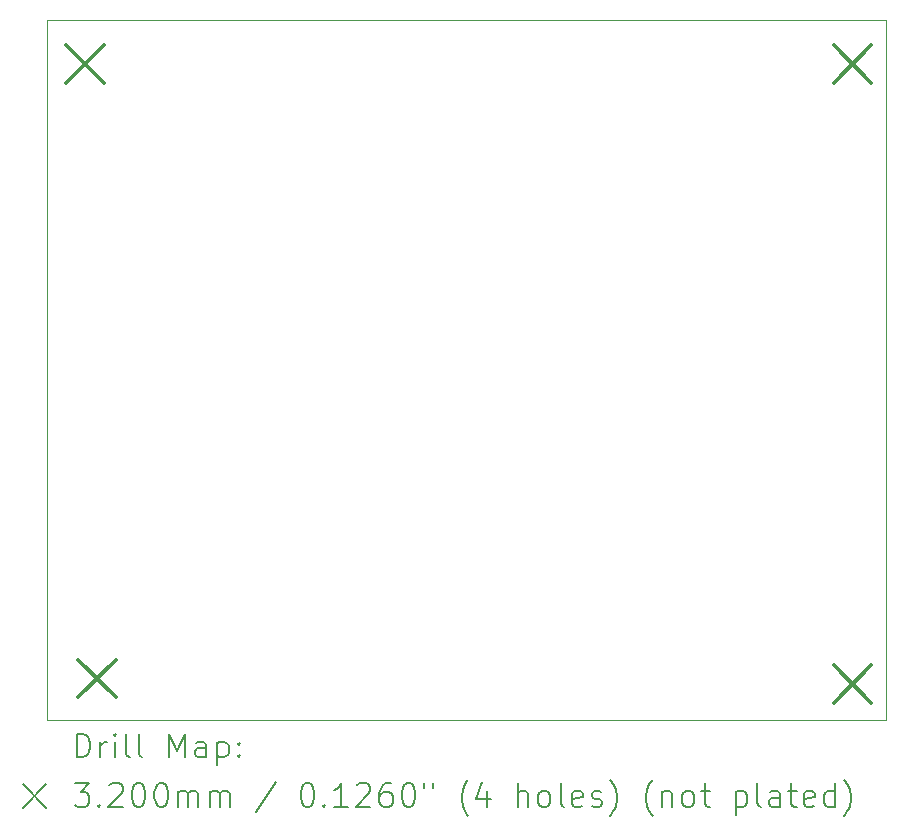
<source format=gbr>
%TF.GenerationSoftware,KiCad,Pcbnew,(6.0.9-0)*%
%TF.CreationDate,2023-01-30T19:32:21-05:00*%
%TF.ProjectId,LM741_Tester,4c4d3734-315f-4546-9573-7465722e6b69,rev?*%
%TF.SameCoordinates,Original*%
%TF.FileFunction,Drillmap*%
%TF.FilePolarity,Positive*%
%FSLAX45Y45*%
G04 Gerber Fmt 4.5, Leading zero omitted, Abs format (unit mm)*
G04 Created by KiCad (PCBNEW (6.0.9-0)) date 2023-01-30 19:32:21*
%MOMM*%
%LPD*%
G01*
G04 APERTURE LIST*
%ADD10C,0.100000*%
%ADD11C,0.200000*%
%ADD12C,0.320000*%
G04 APERTURE END LIST*
D10*
X13479900Y-3724900D02*
X20585100Y-3724900D01*
X20585100Y-3724900D02*
X20585100Y-9652000D01*
X20585100Y-9652000D02*
X13479900Y-9652000D01*
X13479900Y-9652000D02*
X13479900Y-3724900D01*
D11*
D12*
X13640000Y-3940000D02*
X13960000Y-4260000D01*
X13960000Y-3940000D02*
X13640000Y-4260000D01*
X13740000Y-9140000D02*
X14060000Y-9460000D01*
X14060000Y-9140000D02*
X13740000Y-9460000D01*
X20140000Y-3940000D02*
X20460000Y-4260000D01*
X20460000Y-3940000D02*
X20140000Y-4260000D01*
X20140000Y-9187200D02*
X20460000Y-9507200D01*
X20460000Y-9187200D02*
X20140000Y-9507200D01*
D11*
X13732519Y-9967476D02*
X13732519Y-9767476D01*
X13780138Y-9767476D01*
X13808709Y-9777000D01*
X13827757Y-9796048D01*
X13837281Y-9815095D01*
X13846805Y-9853190D01*
X13846805Y-9881762D01*
X13837281Y-9919857D01*
X13827757Y-9938905D01*
X13808709Y-9957952D01*
X13780138Y-9967476D01*
X13732519Y-9967476D01*
X13932519Y-9967476D02*
X13932519Y-9834143D01*
X13932519Y-9872238D02*
X13942043Y-9853190D01*
X13951567Y-9843667D01*
X13970614Y-9834143D01*
X13989662Y-9834143D01*
X14056328Y-9967476D02*
X14056328Y-9834143D01*
X14056328Y-9767476D02*
X14046805Y-9777000D01*
X14056328Y-9786524D01*
X14065852Y-9777000D01*
X14056328Y-9767476D01*
X14056328Y-9786524D01*
X14180138Y-9967476D02*
X14161090Y-9957952D01*
X14151567Y-9938905D01*
X14151567Y-9767476D01*
X14284900Y-9967476D02*
X14265852Y-9957952D01*
X14256328Y-9938905D01*
X14256328Y-9767476D01*
X14513471Y-9967476D02*
X14513471Y-9767476D01*
X14580138Y-9910333D01*
X14646805Y-9767476D01*
X14646805Y-9967476D01*
X14827757Y-9967476D02*
X14827757Y-9862714D01*
X14818233Y-9843667D01*
X14799186Y-9834143D01*
X14761090Y-9834143D01*
X14742043Y-9843667D01*
X14827757Y-9957952D02*
X14808709Y-9967476D01*
X14761090Y-9967476D01*
X14742043Y-9957952D01*
X14732519Y-9938905D01*
X14732519Y-9919857D01*
X14742043Y-9900810D01*
X14761090Y-9891286D01*
X14808709Y-9891286D01*
X14827757Y-9881762D01*
X14922995Y-9834143D02*
X14922995Y-10034143D01*
X14922995Y-9843667D02*
X14942043Y-9834143D01*
X14980138Y-9834143D01*
X14999186Y-9843667D01*
X15008709Y-9853190D01*
X15018233Y-9872238D01*
X15018233Y-9929381D01*
X15008709Y-9948429D01*
X14999186Y-9957952D01*
X14980138Y-9967476D01*
X14942043Y-9967476D01*
X14922995Y-9957952D01*
X15103948Y-9948429D02*
X15113471Y-9957952D01*
X15103948Y-9967476D01*
X15094424Y-9957952D01*
X15103948Y-9948429D01*
X15103948Y-9967476D01*
X15103948Y-9843667D02*
X15113471Y-9853190D01*
X15103948Y-9862714D01*
X15094424Y-9853190D01*
X15103948Y-9843667D01*
X15103948Y-9862714D01*
X13274900Y-10197000D02*
X13474900Y-10397000D01*
X13474900Y-10197000D02*
X13274900Y-10397000D01*
X13713471Y-10187476D02*
X13837281Y-10187476D01*
X13770614Y-10263667D01*
X13799186Y-10263667D01*
X13818233Y-10273190D01*
X13827757Y-10282714D01*
X13837281Y-10301762D01*
X13837281Y-10349381D01*
X13827757Y-10368429D01*
X13818233Y-10377952D01*
X13799186Y-10387476D01*
X13742043Y-10387476D01*
X13722995Y-10377952D01*
X13713471Y-10368429D01*
X13922995Y-10368429D02*
X13932519Y-10377952D01*
X13922995Y-10387476D01*
X13913471Y-10377952D01*
X13922995Y-10368429D01*
X13922995Y-10387476D01*
X14008709Y-10206524D02*
X14018233Y-10197000D01*
X14037281Y-10187476D01*
X14084900Y-10187476D01*
X14103948Y-10197000D01*
X14113471Y-10206524D01*
X14122995Y-10225571D01*
X14122995Y-10244619D01*
X14113471Y-10273190D01*
X13999186Y-10387476D01*
X14122995Y-10387476D01*
X14246805Y-10187476D02*
X14265852Y-10187476D01*
X14284900Y-10197000D01*
X14294424Y-10206524D01*
X14303948Y-10225571D01*
X14313471Y-10263667D01*
X14313471Y-10311286D01*
X14303948Y-10349381D01*
X14294424Y-10368429D01*
X14284900Y-10377952D01*
X14265852Y-10387476D01*
X14246805Y-10387476D01*
X14227757Y-10377952D01*
X14218233Y-10368429D01*
X14208709Y-10349381D01*
X14199186Y-10311286D01*
X14199186Y-10263667D01*
X14208709Y-10225571D01*
X14218233Y-10206524D01*
X14227757Y-10197000D01*
X14246805Y-10187476D01*
X14437281Y-10187476D02*
X14456328Y-10187476D01*
X14475376Y-10197000D01*
X14484900Y-10206524D01*
X14494424Y-10225571D01*
X14503948Y-10263667D01*
X14503948Y-10311286D01*
X14494424Y-10349381D01*
X14484900Y-10368429D01*
X14475376Y-10377952D01*
X14456328Y-10387476D01*
X14437281Y-10387476D01*
X14418233Y-10377952D01*
X14408709Y-10368429D01*
X14399186Y-10349381D01*
X14389662Y-10311286D01*
X14389662Y-10263667D01*
X14399186Y-10225571D01*
X14408709Y-10206524D01*
X14418233Y-10197000D01*
X14437281Y-10187476D01*
X14589662Y-10387476D02*
X14589662Y-10254143D01*
X14589662Y-10273190D02*
X14599186Y-10263667D01*
X14618233Y-10254143D01*
X14646805Y-10254143D01*
X14665852Y-10263667D01*
X14675376Y-10282714D01*
X14675376Y-10387476D01*
X14675376Y-10282714D02*
X14684900Y-10263667D01*
X14703948Y-10254143D01*
X14732519Y-10254143D01*
X14751567Y-10263667D01*
X14761090Y-10282714D01*
X14761090Y-10387476D01*
X14856328Y-10387476D02*
X14856328Y-10254143D01*
X14856328Y-10273190D02*
X14865852Y-10263667D01*
X14884900Y-10254143D01*
X14913471Y-10254143D01*
X14932519Y-10263667D01*
X14942043Y-10282714D01*
X14942043Y-10387476D01*
X14942043Y-10282714D02*
X14951567Y-10263667D01*
X14970614Y-10254143D01*
X14999186Y-10254143D01*
X15018233Y-10263667D01*
X15027757Y-10282714D01*
X15027757Y-10387476D01*
X15418233Y-10177952D02*
X15246805Y-10435095D01*
X15675376Y-10187476D02*
X15694424Y-10187476D01*
X15713471Y-10197000D01*
X15722995Y-10206524D01*
X15732519Y-10225571D01*
X15742043Y-10263667D01*
X15742043Y-10311286D01*
X15732519Y-10349381D01*
X15722995Y-10368429D01*
X15713471Y-10377952D01*
X15694424Y-10387476D01*
X15675376Y-10387476D01*
X15656328Y-10377952D01*
X15646805Y-10368429D01*
X15637281Y-10349381D01*
X15627757Y-10311286D01*
X15627757Y-10263667D01*
X15637281Y-10225571D01*
X15646805Y-10206524D01*
X15656328Y-10197000D01*
X15675376Y-10187476D01*
X15827757Y-10368429D02*
X15837281Y-10377952D01*
X15827757Y-10387476D01*
X15818233Y-10377952D01*
X15827757Y-10368429D01*
X15827757Y-10387476D01*
X16027757Y-10387476D02*
X15913471Y-10387476D01*
X15970614Y-10387476D02*
X15970614Y-10187476D01*
X15951567Y-10216048D01*
X15932519Y-10235095D01*
X15913471Y-10244619D01*
X16103948Y-10206524D02*
X16113471Y-10197000D01*
X16132519Y-10187476D01*
X16180138Y-10187476D01*
X16199186Y-10197000D01*
X16208709Y-10206524D01*
X16218233Y-10225571D01*
X16218233Y-10244619D01*
X16208709Y-10273190D01*
X16094424Y-10387476D01*
X16218233Y-10387476D01*
X16389662Y-10187476D02*
X16351567Y-10187476D01*
X16332519Y-10197000D01*
X16322995Y-10206524D01*
X16303948Y-10235095D01*
X16294424Y-10273190D01*
X16294424Y-10349381D01*
X16303948Y-10368429D01*
X16313471Y-10377952D01*
X16332519Y-10387476D01*
X16370614Y-10387476D01*
X16389662Y-10377952D01*
X16399186Y-10368429D01*
X16408709Y-10349381D01*
X16408709Y-10301762D01*
X16399186Y-10282714D01*
X16389662Y-10273190D01*
X16370614Y-10263667D01*
X16332519Y-10263667D01*
X16313471Y-10273190D01*
X16303948Y-10282714D01*
X16294424Y-10301762D01*
X16532519Y-10187476D02*
X16551567Y-10187476D01*
X16570614Y-10197000D01*
X16580138Y-10206524D01*
X16589662Y-10225571D01*
X16599186Y-10263667D01*
X16599186Y-10311286D01*
X16589662Y-10349381D01*
X16580138Y-10368429D01*
X16570614Y-10377952D01*
X16551567Y-10387476D01*
X16532519Y-10387476D01*
X16513471Y-10377952D01*
X16503948Y-10368429D01*
X16494424Y-10349381D01*
X16484900Y-10311286D01*
X16484900Y-10263667D01*
X16494424Y-10225571D01*
X16503948Y-10206524D01*
X16513471Y-10197000D01*
X16532519Y-10187476D01*
X16675376Y-10187476D02*
X16675376Y-10225571D01*
X16751567Y-10187476D02*
X16751567Y-10225571D01*
X17046805Y-10463667D02*
X17037281Y-10454143D01*
X17018233Y-10425571D01*
X17008710Y-10406524D01*
X16999186Y-10377952D01*
X16989662Y-10330333D01*
X16989662Y-10292238D01*
X16999186Y-10244619D01*
X17008710Y-10216048D01*
X17018233Y-10197000D01*
X17037281Y-10168429D01*
X17046805Y-10158905D01*
X17208710Y-10254143D02*
X17208710Y-10387476D01*
X17161090Y-10177952D02*
X17113471Y-10320810D01*
X17237281Y-10320810D01*
X17465852Y-10387476D02*
X17465852Y-10187476D01*
X17551567Y-10387476D02*
X17551567Y-10282714D01*
X17542043Y-10263667D01*
X17522995Y-10254143D01*
X17494424Y-10254143D01*
X17475376Y-10263667D01*
X17465852Y-10273190D01*
X17675376Y-10387476D02*
X17656329Y-10377952D01*
X17646805Y-10368429D01*
X17637281Y-10349381D01*
X17637281Y-10292238D01*
X17646805Y-10273190D01*
X17656329Y-10263667D01*
X17675376Y-10254143D01*
X17703948Y-10254143D01*
X17722995Y-10263667D01*
X17732519Y-10273190D01*
X17742043Y-10292238D01*
X17742043Y-10349381D01*
X17732519Y-10368429D01*
X17722995Y-10377952D01*
X17703948Y-10387476D01*
X17675376Y-10387476D01*
X17856329Y-10387476D02*
X17837281Y-10377952D01*
X17827757Y-10358905D01*
X17827757Y-10187476D01*
X18008710Y-10377952D02*
X17989662Y-10387476D01*
X17951567Y-10387476D01*
X17932519Y-10377952D01*
X17922995Y-10358905D01*
X17922995Y-10282714D01*
X17932519Y-10263667D01*
X17951567Y-10254143D01*
X17989662Y-10254143D01*
X18008710Y-10263667D01*
X18018233Y-10282714D01*
X18018233Y-10301762D01*
X17922995Y-10320810D01*
X18094424Y-10377952D02*
X18113471Y-10387476D01*
X18151567Y-10387476D01*
X18170614Y-10377952D01*
X18180138Y-10358905D01*
X18180138Y-10349381D01*
X18170614Y-10330333D01*
X18151567Y-10320810D01*
X18122995Y-10320810D01*
X18103948Y-10311286D01*
X18094424Y-10292238D01*
X18094424Y-10282714D01*
X18103948Y-10263667D01*
X18122995Y-10254143D01*
X18151567Y-10254143D01*
X18170614Y-10263667D01*
X18246805Y-10463667D02*
X18256329Y-10454143D01*
X18275376Y-10425571D01*
X18284900Y-10406524D01*
X18294424Y-10377952D01*
X18303948Y-10330333D01*
X18303948Y-10292238D01*
X18294424Y-10244619D01*
X18284900Y-10216048D01*
X18275376Y-10197000D01*
X18256329Y-10168429D01*
X18246805Y-10158905D01*
X18608710Y-10463667D02*
X18599186Y-10454143D01*
X18580138Y-10425571D01*
X18570614Y-10406524D01*
X18561090Y-10377952D01*
X18551567Y-10330333D01*
X18551567Y-10292238D01*
X18561090Y-10244619D01*
X18570614Y-10216048D01*
X18580138Y-10197000D01*
X18599186Y-10168429D01*
X18608710Y-10158905D01*
X18684900Y-10254143D02*
X18684900Y-10387476D01*
X18684900Y-10273190D02*
X18694424Y-10263667D01*
X18713471Y-10254143D01*
X18742043Y-10254143D01*
X18761090Y-10263667D01*
X18770614Y-10282714D01*
X18770614Y-10387476D01*
X18894424Y-10387476D02*
X18875376Y-10377952D01*
X18865852Y-10368429D01*
X18856329Y-10349381D01*
X18856329Y-10292238D01*
X18865852Y-10273190D01*
X18875376Y-10263667D01*
X18894424Y-10254143D01*
X18922995Y-10254143D01*
X18942043Y-10263667D01*
X18951567Y-10273190D01*
X18961090Y-10292238D01*
X18961090Y-10349381D01*
X18951567Y-10368429D01*
X18942043Y-10377952D01*
X18922995Y-10387476D01*
X18894424Y-10387476D01*
X19018233Y-10254143D02*
X19094424Y-10254143D01*
X19046805Y-10187476D02*
X19046805Y-10358905D01*
X19056329Y-10377952D01*
X19075376Y-10387476D01*
X19094424Y-10387476D01*
X19313471Y-10254143D02*
X19313471Y-10454143D01*
X19313471Y-10263667D02*
X19332519Y-10254143D01*
X19370614Y-10254143D01*
X19389662Y-10263667D01*
X19399186Y-10273190D01*
X19408710Y-10292238D01*
X19408710Y-10349381D01*
X19399186Y-10368429D01*
X19389662Y-10377952D01*
X19370614Y-10387476D01*
X19332519Y-10387476D01*
X19313471Y-10377952D01*
X19522995Y-10387476D02*
X19503948Y-10377952D01*
X19494424Y-10358905D01*
X19494424Y-10187476D01*
X19684900Y-10387476D02*
X19684900Y-10282714D01*
X19675376Y-10263667D01*
X19656329Y-10254143D01*
X19618233Y-10254143D01*
X19599186Y-10263667D01*
X19684900Y-10377952D02*
X19665852Y-10387476D01*
X19618233Y-10387476D01*
X19599186Y-10377952D01*
X19589662Y-10358905D01*
X19589662Y-10339857D01*
X19599186Y-10320810D01*
X19618233Y-10311286D01*
X19665852Y-10311286D01*
X19684900Y-10301762D01*
X19751567Y-10254143D02*
X19827757Y-10254143D01*
X19780138Y-10187476D02*
X19780138Y-10358905D01*
X19789662Y-10377952D01*
X19808710Y-10387476D01*
X19827757Y-10387476D01*
X19970614Y-10377952D02*
X19951567Y-10387476D01*
X19913471Y-10387476D01*
X19894424Y-10377952D01*
X19884900Y-10358905D01*
X19884900Y-10282714D01*
X19894424Y-10263667D01*
X19913471Y-10254143D01*
X19951567Y-10254143D01*
X19970614Y-10263667D01*
X19980138Y-10282714D01*
X19980138Y-10301762D01*
X19884900Y-10320810D01*
X20151567Y-10387476D02*
X20151567Y-10187476D01*
X20151567Y-10377952D02*
X20132519Y-10387476D01*
X20094424Y-10387476D01*
X20075376Y-10377952D01*
X20065852Y-10368429D01*
X20056329Y-10349381D01*
X20056329Y-10292238D01*
X20065852Y-10273190D01*
X20075376Y-10263667D01*
X20094424Y-10254143D01*
X20132519Y-10254143D01*
X20151567Y-10263667D01*
X20227757Y-10463667D02*
X20237281Y-10454143D01*
X20256329Y-10425571D01*
X20265852Y-10406524D01*
X20275376Y-10377952D01*
X20284900Y-10330333D01*
X20284900Y-10292238D01*
X20275376Y-10244619D01*
X20265852Y-10216048D01*
X20256329Y-10197000D01*
X20237281Y-10168429D01*
X20227757Y-10158905D01*
M02*

</source>
